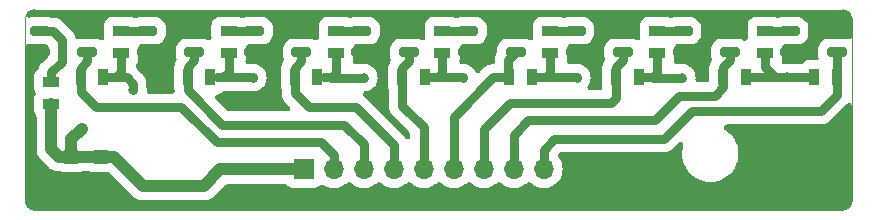
<source format=gbr>
%TF.GenerationSoftware,KiCad,Pcbnew,7.0.1*%
%TF.CreationDate,2023-08-30T00:52:31-03:00*%
%TF.ProjectId,QRE1113_Line_Sensors_x8,51524531-3131-4335-9f4c-696e655f5365,rev?*%
%TF.SameCoordinates,Original*%
%TF.FileFunction,Copper,L2,Bot*%
%TF.FilePolarity,Positive*%
%FSLAX46Y46*%
G04 Gerber Fmt 4.6, Leading zero omitted, Abs format (unit mm)*
G04 Created by KiCad (PCBNEW 7.0.1) date 2023-08-30 00:52:31*
%MOMM*%
%LPD*%
G01*
G04 APERTURE LIST*
G04 Aperture macros list*
%AMRoundRect*
0 Rectangle with rounded corners*
0 $1 Rounding radius*
0 $2 $3 $4 $5 $6 $7 $8 $9 X,Y pos of 4 corners*
0 Add a 4 corners polygon primitive as box body*
4,1,4,$2,$3,$4,$5,$6,$7,$8,$9,$2,$3,0*
0 Add four circle primitives for the rounded corners*
1,1,$1+$1,$2,$3*
1,1,$1+$1,$4,$5*
1,1,$1+$1,$6,$7*
1,1,$1+$1,$8,$9*
0 Add four rect primitives between the rounded corners*
20,1,$1+$1,$2,$3,$4,$5,0*
20,1,$1+$1,$4,$5,$6,$7,0*
20,1,$1+$1,$6,$7,$8,$9,0*
20,1,$1+$1,$8,$9,$2,$3,0*%
G04 Aperture macros list end*
%TA.AperFunction,ComponentPad*%
%ADD10R,1.700000X1.700000*%
%TD*%
%TA.AperFunction,ComponentPad*%
%ADD11O,1.700000X1.700000*%
%TD*%
%TA.AperFunction,SMDPad,CuDef*%
%ADD12R,0.889000X1.397000*%
%TD*%
%TA.AperFunction,SMDPad,CuDef*%
%ADD13RoundRect,0.197500X-0.632500X0.197500X-0.632500X-0.197500X0.632500X-0.197500X0.632500X0.197500X0*%
%TD*%
%TA.AperFunction,SMDPad,CuDef*%
%ADD14R,1.397000X0.889000*%
%TD*%
%TA.AperFunction,SMDPad,CuDef*%
%ADD15RoundRect,0.250000X-0.475000X0.337500X-0.475000X-0.337500X0.475000X-0.337500X0.475000X0.337500X0*%
%TD*%
%TA.AperFunction,ViaPad*%
%ADD16C,0.800000*%
%TD*%
%TA.AperFunction,Conductor*%
%ADD17C,0.750000*%
%TD*%
%TA.AperFunction,Conductor*%
%ADD18C,1.000000*%
%TD*%
%TA.AperFunction,Profile*%
%ADD19C,0.100000*%
%TD*%
G04 APERTURE END LIST*
D10*
%TO.P,J1,1,Pin_1*%
%TO.N,+3V3*%
X148565000Y-71752000D03*
D11*
%TO.P,J1,2,Pin_2*%
%TO.N,/OUT_8*%
X151105000Y-71752000D03*
%TO.P,J1,3,Pin_3*%
%TO.N,/OUT_7*%
X153645000Y-71752000D03*
%TO.P,J1,4,Pin_4*%
%TO.N,/OUT_6*%
X156185000Y-71752000D03*
%TO.P,J1,5,Pin_5*%
%TO.N,/OUT_5*%
X158725000Y-71752000D03*
%TO.P,J1,6,Pin_6*%
%TO.N,/OUT_4*%
X161265000Y-71752000D03*
%TO.P,J1,7,Pin_7*%
%TO.N,/OUT_3*%
X163805000Y-71752000D03*
%TO.P,J1,8,Pin_8*%
%TO.N,/OUT_2*%
X166345000Y-71752000D03*
%TO.P,J1,9,Pin_9*%
%TO.N,/OUT_1*%
X168885000Y-71752000D03*
%TO.P,J1,10,Pin_10*%
%TO.N,GND*%
X171425000Y-71752000D03*
%TD*%
D12*
%TO.P,R14,1*%
%TO.N,/OUT_6*%
X147828732Y-64000000D03*
%TO.P,R14,2*%
%TO.N,+3V3*%
X149733732Y-64000000D03*
%TD*%
D13*
%TO.P,U8,1,A*%
%TO.N,Net-(U8-A)*%
X126250000Y-60050000D03*
%TO.P,U8,2,K*%
%TO.N,GND*%
X130250000Y-60050000D03*
%TO.P,U8,3*%
%TO.N,/OUT_8*%
X130250000Y-61850000D03*
%TO.P,U8,4*%
%TO.N,GND*%
X126250000Y-61850000D03*
%TD*%
D12*
%TO.P,R16,1*%
%TO.N,/OUT_8*%
X129695598Y-64000000D03*
%TO.P,R16,2*%
%TO.N,+3V3*%
X131600598Y-64000000D03*
%TD*%
D13*
%TO.P,U1,1,A*%
%TO.N,Net-(U1-A)*%
X189715970Y-60050000D03*
%TO.P,U1,2,K*%
%TO.N,GND*%
X193715970Y-60050000D03*
%TO.P,U1,3*%
%TO.N,/OUT_1*%
X193715970Y-61850000D03*
%TO.P,U1,4*%
%TO.N,GND*%
X189715970Y-61850000D03*
%TD*%
D14*
%TO.P,R12,1*%
%TO.N,+3V3*%
X127200000Y-66272500D03*
%TO.P,R12,2*%
%TO.N,Net-(U8-A)*%
X127200000Y-64367500D03*
%TD*%
D13*
%TO.P,U6,1,A*%
%TO.N,Net-(U6-A)*%
X144383134Y-60050000D03*
%TO.P,U6,2,K*%
%TO.N,GND*%
X148383134Y-60050000D03*
%TO.P,U6,3*%
%TO.N,/OUT_6*%
X148383134Y-61850000D03*
%TO.P,U6,4*%
%TO.N,GND*%
X144383134Y-61850000D03*
%TD*%
D12*
%TO.P,R8,1*%
%TO.N,/OUT_4*%
X165961866Y-64000000D03*
%TO.P,R8,2*%
%TO.N,+3V3*%
X167866866Y-64000000D03*
%TD*%
D14*
%TO.P,R2,1*%
%TO.N,+3V3*%
X178510000Y-61955000D03*
%TO.P,R2,2*%
%TO.N,Net-(U2-A)*%
X178510000Y-60050000D03*
%TD*%
%TO.P,R4,1*%
%TO.N,+3V3*%
X160320000Y-61955000D03*
%TO.P,R4,2*%
%TO.N,Net-(U4-A)*%
X160320000Y-60050000D03*
%TD*%
D12*
%TO.P,R6,1*%
%TO.N,/OUT_2*%
X184095000Y-64000000D03*
%TO.P,R6,2*%
%TO.N,+3V3*%
X186000000Y-64000000D03*
%TD*%
D13*
%TO.P,U4,1,A*%
%TO.N,Net-(U4-A)*%
X162516268Y-60050000D03*
%TO.P,U4,2,K*%
%TO.N,GND*%
X166516268Y-60050000D03*
%TO.P,U4,3*%
%TO.N,/OUT_4*%
X166516268Y-61850000D03*
%TO.P,U4,4*%
%TO.N,GND*%
X162516268Y-61850000D03*
%TD*%
%TO.P,U7,1,A*%
%TO.N,Net-(U7-A)*%
X135316567Y-60050000D03*
%TO.P,U7,2,K*%
%TO.N,GND*%
X139316567Y-60050000D03*
%TO.P,U7,3*%
%TO.N,/OUT_7*%
X139316567Y-61850000D03*
%TO.P,U7,4*%
%TO.N,GND*%
X135316567Y-61850000D03*
%TD*%
D14*
%TO.P,R3,1*%
%TO.N,+3V3*%
X169440000Y-61955000D03*
%TO.P,R3,2*%
%TO.N,Net-(U3-A)*%
X169440000Y-60050000D03*
%TD*%
D12*
%TO.P,R15,1*%
%TO.N,/OUT_7*%
X138762165Y-64000000D03*
%TO.P,R15,2*%
%TO.N,+3V3*%
X140667165Y-64000000D03*
%TD*%
D13*
%TO.P,U3,1,A*%
%TO.N,Net-(U3-A)*%
X171582835Y-60050000D03*
%TO.P,U3,2,K*%
%TO.N,GND*%
X175582835Y-60050000D03*
%TO.P,U3,3*%
%TO.N,/OUT_3*%
X175582835Y-61850000D03*
%TO.P,U3,4*%
%TO.N,GND*%
X171582835Y-61850000D03*
%TD*%
D12*
%TO.P,R13,1*%
%TO.N,/OUT_5*%
X156895299Y-64000000D03*
%TO.P,R13,2*%
%TO.N,+3V3*%
X158800299Y-64000000D03*
%TD*%
D14*
%TO.P,R9,1*%
%TO.N,+3V3*%
X151300000Y-61955000D03*
%TO.P,R9,2*%
%TO.N,Net-(U5-A)*%
X151300000Y-60050000D03*
%TD*%
%TO.P,R10,1*%
%TO.N,+3V3*%
X142210000Y-61955000D03*
%TO.P,R10,2*%
%TO.N,Net-(U6-A)*%
X142210000Y-60050000D03*
%TD*%
%TO.P,R1,1*%
%TO.N,+3V3*%
X187600000Y-61955000D03*
%TO.P,R1,2*%
%TO.N,Net-(U1-A)*%
X187600000Y-60050000D03*
%TD*%
D15*
%TO.P,C1,1*%
%TO.N,+3V3*%
X128900000Y-70702500D03*
%TO.P,C1,2*%
%TO.N,GND*%
X128900000Y-72777500D03*
%TD*%
D14*
%TO.P,R11,1*%
%TO.N,+3V3*%
X133120000Y-61955000D03*
%TO.P,R11,2*%
%TO.N,Net-(U7-A)*%
X133120000Y-60050000D03*
%TD*%
D12*
%TO.P,R5,1*%
%TO.N,/OUT_1*%
X193715970Y-64000000D03*
%TO.P,R5,2*%
%TO.N,+3V3*%
X191810970Y-64000000D03*
%TD*%
D15*
%TO.P,C2,1*%
%TO.N,+3V3*%
X131400000Y-70702500D03*
%TO.P,C2,2*%
%TO.N,GND*%
X131400000Y-72777500D03*
%TD*%
D12*
%TO.P,R7,1*%
%TO.N,/OUT_3*%
X175028433Y-64000000D03*
%TO.P,R7,2*%
%TO.N,+3V3*%
X176933433Y-64000000D03*
%TD*%
D13*
%TO.P,U2,1,A*%
%TO.N,Net-(U2-A)*%
X180649402Y-60050000D03*
%TO.P,U2,2,K*%
%TO.N,GND*%
X184649402Y-60050000D03*
%TO.P,U2,3*%
%TO.N,/OUT_2*%
X184649402Y-61850000D03*
%TO.P,U2,4*%
%TO.N,GND*%
X180649402Y-61850000D03*
%TD*%
%TO.P,U5,1,A*%
%TO.N,Net-(U5-A)*%
X153449701Y-60050000D03*
%TO.P,U5,2,K*%
%TO.N,GND*%
X157449701Y-60050000D03*
%TO.P,U5,3*%
%TO.N,/OUT_5*%
X157449701Y-61850000D03*
%TO.P,U5,4*%
%TO.N,GND*%
X153449701Y-61850000D03*
%TD*%
D16*
%TO.N,GND*%
X136350000Y-63330000D03*
%TO.N,+3V3*%
X144272000Y-64008000D03*
X189484000Y-64000000D03*
X171704000Y-64008000D03*
X153670000Y-64008000D03*
X162052000Y-64008000D03*
X129794000Y-68326000D03*
X180594000Y-64008000D03*
X134112000Y-65024000D03*
%TD*%
D17*
%TO.N,GND*%
X135316567Y-62876567D02*
X135770000Y-63330000D01*
X135316567Y-61850000D02*
X135316567Y-62876567D01*
X135770000Y-63330000D02*
X136350000Y-63330000D01*
%TO.N,+3V3*%
X144264000Y-64000000D02*
X144272000Y-64008000D01*
X151300000Y-61955000D02*
X151300000Y-63610000D01*
D18*
X127852500Y-70702500D02*
X127200000Y-70050000D01*
D17*
X141730000Y-64000000D02*
X144264000Y-64000000D01*
X169440000Y-61955000D02*
X169440000Y-63660000D01*
D18*
X148565000Y-71752000D02*
X141508000Y-71752000D01*
D17*
X160320000Y-61955000D02*
X160320000Y-63640000D01*
X142210000Y-63520000D02*
X141730000Y-64000000D01*
X162044000Y-64000000D02*
X162052000Y-64008000D01*
X171696000Y-64000000D02*
X171704000Y-64008000D01*
X150910000Y-64000000D02*
X150288134Y-64000000D01*
X131600598Y-64000000D02*
X133596000Y-64000000D01*
X187600000Y-61955000D02*
X187600000Y-63120000D01*
X178160000Y-64000000D02*
X177487835Y-64000000D01*
D18*
X127200000Y-70050000D02*
X127200000Y-66272500D01*
X128900000Y-70702500D02*
X127852500Y-70702500D01*
X140108000Y-73152000D02*
X134992000Y-73152000D01*
D17*
X186554402Y-64000000D02*
X188480000Y-64000000D01*
X189484000Y-64000000D02*
X191810970Y-64000000D01*
D18*
X131400000Y-70702500D02*
X128900000Y-70702500D01*
X128900000Y-70702500D02*
X128900000Y-69220000D01*
D17*
X178510000Y-61955000D02*
X178510000Y-63650000D01*
X178510000Y-63650000D02*
X178160000Y-64000000D01*
X159960000Y-64000000D02*
X162044000Y-64000000D01*
D18*
X134992000Y-73152000D02*
X132542500Y-70702500D01*
D17*
X169100000Y-64000000D02*
X171696000Y-64000000D01*
X134112000Y-64516000D02*
X134112000Y-65024000D01*
D18*
X132542500Y-70702500D02*
X131400000Y-70702500D01*
D17*
X150918000Y-64008000D02*
X153670000Y-64008000D01*
X133120000Y-63580000D02*
X132700000Y-64000000D01*
X178160000Y-64000000D02*
X178168000Y-64008000D01*
D18*
X141508000Y-71752000D02*
X140108000Y-73152000D01*
D17*
X142210000Y-61955000D02*
X142210000Y-63520000D01*
X133596000Y-64000000D02*
X134112000Y-64516000D01*
X160320000Y-63640000D02*
X159960000Y-64000000D01*
X133120000Y-61955000D02*
X133120000Y-63580000D01*
X141730000Y-64000000D02*
X141221567Y-64000000D01*
X169100000Y-64000000D02*
X168421268Y-64000000D01*
X169440000Y-63660000D02*
X169100000Y-64000000D01*
X159960000Y-64000000D02*
X159354701Y-64000000D01*
X150910000Y-64000000D02*
X150918000Y-64008000D01*
X151300000Y-63610000D02*
X150910000Y-64000000D01*
X188480000Y-64000000D02*
X189484000Y-64000000D01*
X132700000Y-64000000D02*
X132155000Y-64000000D01*
X178168000Y-64008000D02*
X180594000Y-64008000D01*
X187600000Y-63120000D02*
X188480000Y-64000000D01*
D18*
X128900000Y-69220000D02*
X129794000Y-68326000D01*
D17*
%TO.N,Net-(U1-A)*%
X189715970Y-60050000D02*
X187600000Y-60050000D01*
%TO.N,Net-(U2-A)*%
X180649402Y-60050000D02*
X178510000Y-60050000D01*
%TO.N,Net-(U3-A)*%
X169440000Y-60050000D02*
X171582835Y-60050000D01*
%TO.N,Net-(U4-A)*%
X160320000Y-60050000D02*
X162516268Y-60050000D01*
%TO.N,/OUT_1*%
X168885000Y-70115000D02*
X169800000Y-69200000D01*
X181410000Y-66850000D02*
X192350000Y-66850000D01*
X168885000Y-71752000D02*
X168885000Y-70115000D01*
X169800000Y-69200000D02*
X179060000Y-69200000D01*
X193715970Y-61850000D02*
X193715970Y-64000000D01*
X179060000Y-69200000D02*
X181410000Y-66850000D01*
X193715970Y-65484030D02*
X193715970Y-64000000D01*
X192350000Y-66850000D02*
X193715970Y-65484030D01*
%TO.N,/OUT_2*%
X178272000Y-67600000D02*
X167600000Y-67600000D01*
X184095000Y-64000000D02*
X184095000Y-64825000D01*
X184670000Y-61870598D02*
X184649402Y-61850000D01*
X180340000Y-65532000D02*
X178272000Y-67600000D01*
X184095000Y-64825000D02*
X183388000Y-65532000D01*
X184670000Y-62560000D02*
X184670000Y-61870598D01*
X183388000Y-65532000D02*
X180340000Y-65532000D01*
X184095000Y-64000000D02*
X184095000Y-63135000D01*
X167600000Y-67600000D02*
X166345000Y-68855000D01*
X184095000Y-63135000D02*
X184670000Y-62560000D01*
X166345000Y-68855000D02*
X166345000Y-71752000D01*
%TO.N,/OUT_3*%
X175028433Y-65771567D02*
X174600000Y-66200000D01*
X163805000Y-68395000D02*
X163805000Y-71752000D01*
X174600000Y-66200000D02*
X166000000Y-66200000D01*
X175028433Y-64000000D02*
X175028433Y-63111567D01*
X166000000Y-66200000D02*
X163805000Y-68395000D01*
X175610000Y-62530000D02*
X175610000Y-61877165D01*
X175028433Y-63111567D02*
X175610000Y-62530000D01*
X175610000Y-61877165D02*
X175582835Y-61850000D01*
X175028433Y-64000000D02*
X175028433Y-65771567D01*
%TO.N,/OUT_4*%
X166516268Y-61850000D02*
X165880000Y-62486268D01*
X161265000Y-67335000D02*
X161265000Y-71752000D01*
X165880000Y-62486268D02*
X165880000Y-63918134D01*
X165961866Y-64000000D02*
X164600000Y-64000000D01*
X164600000Y-64000000D02*
X161265000Y-67335000D01*
X165880000Y-63918134D02*
X165961866Y-64000000D01*
%TO.N,Net-(U5-A)*%
X151300000Y-60050000D02*
X153449701Y-60050000D01*
%TO.N,Net-(U6-A)*%
X142210000Y-60050000D02*
X144383134Y-60050000D01*
%TO.N,Net-(U7-A)*%
X133120000Y-60050000D02*
X135316567Y-60050000D01*
%TO.N,Net-(U8-A)*%
X128090000Y-60790000D02*
X127350000Y-60050000D01*
X127350000Y-60050000D02*
X126250000Y-60050000D01*
X127200000Y-64367500D02*
X127200000Y-63550000D01*
X128090000Y-62660000D02*
X128090000Y-60790000D01*
X127200000Y-63550000D02*
X128090000Y-62660000D01*
%TO.N,/OUT_5*%
X157480000Y-62620000D02*
X157480000Y-61880299D01*
X158725000Y-68225000D02*
X158725000Y-71752000D01*
X156895299Y-63204701D02*
X157480000Y-62620000D01*
X157480000Y-61880299D02*
X157449701Y-61850000D01*
X156895299Y-64000000D02*
X156895299Y-66395299D01*
X156895299Y-64000000D02*
X156895299Y-63204701D01*
X156895299Y-66395299D02*
X158725000Y-68225000D01*
%TO.N,/OUT_6*%
X148383134Y-62626866D02*
X147828732Y-63181268D01*
X147828732Y-65328732D02*
X149000000Y-66500000D01*
X147828732Y-64000000D02*
X147828732Y-65328732D01*
X156185000Y-69685000D02*
X156185000Y-71752000D01*
X153000000Y-66500000D02*
X156185000Y-69685000D01*
X149000000Y-66500000D02*
X153000000Y-66500000D01*
X147828732Y-63181268D02*
X147828732Y-64000000D01*
X148383134Y-61850000D02*
X148383134Y-62626866D01*
%TO.N,/OUT_7*%
X138762165Y-65082165D02*
X141680000Y-68000000D01*
X152000000Y-68000000D02*
X153645000Y-69645000D01*
X138762165Y-64000000D02*
X138762165Y-63097835D01*
X138762165Y-63097835D02*
X139316567Y-62543433D01*
X153645000Y-69645000D02*
X153645000Y-71752000D01*
X138762165Y-64000000D02*
X138762165Y-65082165D01*
X139316567Y-62543433D02*
X139316567Y-61850000D01*
X141680000Y-68000000D02*
X152000000Y-68000000D01*
%TO.N,/OUT_8*%
X141190000Y-69500000D02*
X150000000Y-69500000D01*
X151105000Y-70605000D02*
X151105000Y-71752000D01*
X129695598Y-64000000D02*
X129695598Y-63164402D01*
X129695598Y-64000000D02*
X129695598Y-65195598D01*
X138190000Y-66500000D02*
X141190000Y-69500000D01*
X130250000Y-62610000D02*
X130250000Y-61850000D01*
X131000000Y-66500000D02*
X138190000Y-66500000D01*
X150000000Y-69500000D02*
X151105000Y-70605000D01*
X129695598Y-65195598D02*
X131000000Y-66500000D01*
X129695598Y-63164402D02*
X130250000Y-62610000D01*
%TD*%
%TA.AperFunction,Conductor*%
%TO.N,GND*%
G36*
X125317995Y-61147845D02*
G01*
X125449392Y-61185443D01*
X125562510Y-61195500D01*
X126715500Y-61195500D01*
X126810788Y-61214454D01*
X126891570Y-61268430D01*
X126945546Y-61349212D01*
X126964500Y-61444500D01*
X126964500Y-62090662D01*
X126956016Y-62155108D01*
X126931140Y-62215162D01*
X126891569Y-62266732D01*
X126485296Y-62673004D01*
X126463515Y-62691429D01*
X126396677Y-62761524D01*
X126392551Y-62765749D01*
X126366234Y-62792069D01*
X126363350Y-62795561D01*
X126351579Y-62808822D01*
X126311273Y-62851096D01*
X126297430Y-62872635D01*
X126279979Y-62896534D01*
X126263679Y-62916276D01*
X126235702Y-62967512D01*
X126226636Y-62982792D01*
X126195063Y-63031921D01*
X126185552Y-63055679D01*
X126172937Y-63082456D01*
X126160665Y-63104931D01*
X126142886Y-63160547D01*
X126136875Y-63177269D01*
X126120171Y-63218994D01*
X126079544Y-63286753D01*
X126053201Y-63309488D01*
X126053423Y-63309710D01*
X126032846Y-63330286D01*
X126032844Y-63330288D01*
X125963388Y-63399744D01*
X125908786Y-63454346D01*
X125816685Y-63603667D01*
X125761501Y-63770200D01*
X125751000Y-63872994D01*
X125751000Y-64862008D01*
X125761500Y-64964797D01*
X125816686Y-65131335D01*
X125852428Y-65189283D01*
X125885286Y-65274387D01*
X125885286Y-65365613D01*
X125852428Y-65450717D01*
X125816685Y-65508665D01*
X125761501Y-65675200D01*
X125759303Y-65696721D01*
X125753968Y-65748944D01*
X125751000Y-65777994D01*
X125751000Y-66767008D01*
X125761500Y-66869797D01*
X125816685Y-67036333D01*
X125912429Y-67191559D01*
X125940053Y-67254341D01*
X125949500Y-67322277D01*
X125949500Y-69965796D01*
X125947934Y-69993674D01*
X125944762Y-70021825D01*
X125948936Y-70083736D01*
X125949500Y-70100485D01*
X125949500Y-70106159D01*
X125953027Y-70145358D01*
X125953465Y-70150919D01*
X125960190Y-70250658D01*
X125963493Y-70270095D01*
X125990098Y-70366496D01*
X125991511Y-70371848D01*
X126003650Y-70420023D01*
X126015944Y-70468812D01*
X126022661Y-70487338D01*
X126066028Y-70577392D01*
X126068394Y-70582448D01*
X126072539Y-70591573D01*
X126103617Y-70659993D01*
X126109753Y-70673500D01*
X126119672Y-70690533D01*
X126178450Y-70771436D01*
X126181681Y-70775990D01*
X126238601Y-70858148D01*
X126251405Y-70873140D01*
X126323628Y-70942192D01*
X126327625Y-70946099D01*
X126908722Y-71527196D01*
X126927325Y-71548013D01*
X126944992Y-71570167D01*
X126991708Y-71610981D01*
X127003943Y-71622418D01*
X127007965Y-71626440D01*
X127038167Y-71651655D01*
X127042412Y-71655280D01*
X127114504Y-71718265D01*
X127114506Y-71718266D01*
X127117712Y-71721067D01*
X127133774Y-71732464D01*
X127137478Y-71734566D01*
X127137481Y-71734568D01*
X127168203Y-71752000D01*
X127220743Y-71781812D01*
X127225571Y-71784624D01*
X127311395Y-71835901D01*
X127329229Y-71844244D01*
X127333253Y-71845652D01*
X127333255Y-71845653D01*
X127423643Y-71877281D01*
X127428807Y-71879153D01*
X127518476Y-71912807D01*
X127518479Y-71912807D01*
X127522472Y-71914306D01*
X127541509Y-71919331D01*
X127545714Y-71919996D01*
X127545717Y-71919998D01*
X127640363Y-71934988D01*
X127645690Y-71935893D01*
X127739953Y-71953000D01*
X127739958Y-71953000D01*
X127744140Y-71953759D01*
X127763785Y-71955305D01*
X127768037Y-71955209D01*
X127768040Y-71955210D01*
X127863696Y-71953062D01*
X127869282Y-71953000D01*
X127950807Y-71953000D01*
X128010160Y-71960177D01*
X128029559Y-71967501D01*
X128051947Y-71973907D01*
X128051951Y-71973909D01*
X128247582Y-72029886D01*
X128366963Y-72040500D01*
X129433036Y-72040499D01*
X129552418Y-72029886D01*
X129748049Y-71973909D01*
X129748053Y-71973906D01*
X129770440Y-71967501D01*
X129789840Y-71960177D01*
X129849193Y-71953000D01*
X130450807Y-71953000D01*
X130510160Y-71960177D01*
X130529559Y-71967501D01*
X130551947Y-71973907D01*
X130551951Y-71973909D01*
X130747582Y-72029886D01*
X130866963Y-72040500D01*
X131933036Y-72040499D01*
X131981547Y-72036186D01*
X132053716Y-72040305D01*
X132121666Y-72064982D01*
X132179663Y-72108138D01*
X134048226Y-73976701D01*
X134066829Y-73997518D01*
X134084492Y-74019666D01*
X134131214Y-74060486D01*
X134143441Y-74071916D01*
X134147475Y-74075950D01*
X134177695Y-74101179D01*
X134181946Y-74104810D01*
X134257200Y-74170558D01*
X134273289Y-74181973D01*
X134360243Y-74231312D01*
X134364988Y-74234074D01*
X134447236Y-74283215D01*
X134447241Y-74283216D01*
X134450900Y-74285403D01*
X134468729Y-74293744D01*
X134472753Y-74295152D01*
X134472755Y-74295153D01*
X134563143Y-74326781D01*
X134568307Y-74328653D01*
X134657976Y-74362307D01*
X134657979Y-74362307D01*
X134661972Y-74363806D01*
X134681009Y-74368831D01*
X134685214Y-74369496D01*
X134685217Y-74369498D01*
X134779863Y-74384488D01*
X134785190Y-74385393D01*
X134879453Y-74402500D01*
X134879458Y-74402500D01*
X134883640Y-74403259D01*
X134903285Y-74404805D01*
X134907537Y-74404709D01*
X134907540Y-74404710D01*
X135003196Y-74402562D01*
X135008782Y-74402500D01*
X140023796Y-74402500D01*
X140051673Y-74404065D01*
X140079827Y-74407238D01*
X140141735Y-74403064D01*
X140158485Y-74402500D01*
X140164148Y-74402500D01*
X140164155Y-74402500D01*
X140203462Y-74398961D01*
X140208838Y-74398538D01*
X140304412Y-74392096D01*
X140304415Y-74392095D01*
X140308676Y-74391808D01*
X140328078Y-74388511D01*
X140332186Y-74387377D01*
X140332188Y-74387377D01*
X140424502Y-74361898D01*
X140429818Y-74360495D01*
X140522683Y-74337096D01*
X140522687Y-74337094D01*
X140526823Y-74336052D01*
X140545326Y-74329343D01*
X140549164Y-74327494D01*
X140549170Y-74327493D01*
X140635503Y-74285916D01*
X140640429Y-74283613D01*
X140727626Y-74244007D01*
X140727628Y-74244005D01*
X140731513Y-74242241D01*
X140748515Y-74232341D01*
X140751971Y-74229829D01*
X140751973Y-74229829D01*
X140829504Y-74173498D01*
X140833917Y-74170367D01*
X140912654Y-74115820D01*
X140912658Y-74115815D01*
X140916161Y-74113389D01*
X140931125Y-74100609D01*
X140934072Y-74097525D01*
X140934078Y-74097522D01*
X141000281Y-74028277D01*
X141004101Y-74024372D01*
X141953045Y-73075430D01*
X142033826Y-73021454D01*
X142129114Y-73002500D01*
X146950993Y-73002500D01*
X147046281Y-73021454D01*
X147127059Y-73075427D01*
X147246344Y-73194712D01*
X147395666Y-73286814D01*
X147562203Y-73341999D01*
X147664991Y-73352500D01*
X149465008Y-73352499D01*
X149567797Y-73341999D01*
X149734334Y-73286814D01*
X149883656Y-73194712D01*
X149939573Y-73138794D01*
X150006974Y-73090828D01*
X150086374Y-73067591D01*
X150169004Y-73071650D01*
X150245742Y-73102557D01*
X150304880Y-73138797D01*
X150376144Y-73182468D01*
X150608886Y-73278872D01*
X150608887Y-73278872D01*
X150608889Y-73278873D01*
X150853852Y-73337683D01*
X150979425Y-73347565D01*
X151104999Y-73357449D01*
X151104999Y-73357448D01*
X151105000Y-73357449D01*
X151356148Y-73337683D01*
X151601111Y-73278873D01*
X151678693Y-73246737D01*
X151833855Y-73182468D01*
X151833856Y-73182466D01*
X151833859Y-73182466D01*
X152048659Y-73050836D01*
X152111073Y-72997528D01*
X152213288Y-72910230D01*
X152288817Y-72865961D01*
X152375000Y-72850571D01*
X152461183Y-72865961D01*
X152536712Y-72910230D01*
X152701338Y-73050834D01*
X152916144Y-73182468D01*
X153148886Y-73278872D01*
X153148887Y-73278872D01*
X153148889Y-73278873D01*
X153393852Y-73337683D01*
X153519425Y-73347565D01*
X153644999Y-73357449D01*
X153644999Y-73357448D01*
X153645000Y-73357449D01*
X153896148Y-73337683D01*
X154141111Y-73278873D01*
X154218693Y-73246737D01*
X154373855Y-73182468D01*
X154373856Y-73182466D01*
X154373859Y-73182466D01*
X154588659Y-73050836D01*
X154651073Y-72997528D01*
X154753288Y-72910230D01*
X154828817Y-72865961D01*
X154915000Y-72850571D01*
X155001183Y-72865961D01*
X155076712Y-72910230D01*
X155241338Y-73050834D01*
X155456144Y-73182468D01*
X155688886Y-73278872D01*
X155688887Y-73278872D01*
X155688889Y-73278873D01*
X155933852Y-73337683D01*
X156059425Y-73347565D01*
X156184999Y-73357449D01*
X156184999Y-73357448D01*
X156185000Y-73357449D01*
X156436148Y-73337683D01*
X156681111Y-73278873D01*
X156758693Y-73246737D01*
X156913855Y-73182468D01*
X156913856Y-73182466D01*
X156913859Y-73182466D01*
X157128659Y-73050836D01*
X157191073Y-72997528D01*
X157293288Y-72910230D01*
X157368817Y-72865961D01*
X157455000Y-72850571D01*
X157541183Y-72865961D01*
X157616712Y-72910230D01*
X157781338Y-73050834D01*
X157996144Y-73182468D01*
X158228886Y-73278872D01*
X158228887Y-73278872D01*
X158228889Y-73278873D01*
X158473852Y-73337683D01*
X158599425Y-73347565D01*
X158724999Y-73357449D01*
X158724999Y-73357448D01*
X158725000Y-73357449D01*
X158976148Y-73337683D01*
X159221111Y-73278873D01*
X159298693Y-73246737D01*
X159453855Y-73182468D01*
X159453856Y-73182466D01*
X159453859Y-73182466D01*
X159668659Y-73050836D01*
X159731073Y-72997528D01*
X159833288Y-72910230D01*
X159908817Y-72865961D01*
X159995000Y-72850571D01*
X160081183Y-72865961D01*
X160156712Y-72910230D01*
X160321338Y-73050834D01*
X160536144Y-73182468D01*
X160768886Y-73278872D01*
X160768887Y-73278872D01*
X160768889Y-73278873D01*
X161013852Y-73337683D01*
X161139425Y-73347565D01*
X161264999Y-73357449D01*
X161264999Y-73357448D01*
X161265000Y-73357449D01*
X161516148Y-73337683D01*
X161761111Y-73278873D01*
X161838693Y-73246737D01*
X161993855Y-73182468D01*
X161993856Y-73182466D01*
X161993859Y-73182466D01*
X162208659Y-73050836D01*
X162271073Y-72997528D01*
X162373288Y-72910230D01*
X162448817Y-72865961D01*
X162535000Y-72850571D01*
X162621183Y-72865961D01*
X162696712Y-72910230D01*
X162861338Y-73050834D01*
X163076144Y-73182468D01*
X163308886Y-73278872D01*
X163308887Y-73278872D01*
X163308889Y-73278873D01*
X163553852Y-73337683D01*
X163679425Y-73347565D01*
X163804999Y-73357449D01*
X163804999Y-73357448D01*
X163805000Y-73357449D01*
X164056148Y-73337683D01*
X164301111Y-73278873D01*
X164378693Y-73246737D01*
X164533855Y-73182468D01*
X164533856Y-73182466D01*
X164533859Y-73182466D01*
X164748659Y-73050836D01*
X164811073Y-72997528D01*
X164913288Y-72910230D01*
X164988817Y-72865961D01*
X165075000Y-72850571D01*
X165161183Y-72865961D01*
X165236712Y-72910230D01*
X165401338Y-73050834D01*
X165616144Y-73182468D01*
X165848886Y-73278872D01*
X165848887Y-73278872D01*
X165848889Y-73278873D01*
X166093852Y-73337683D01*
X166219425Y-73347565D01*
X166344999Y-73357449D01*
X166344999Y-73357448D01*
X166345000Y-73357449D01*
X166596148Y-73337683D01*
X166841111Y-73278873D01*
X166918693Y-73246737D01*
X167073855Y-73182468D01*
X167073856Y-73182466D01*
X167073859Y-73182466D01*
X167288659Y-73050836D01*
X167351073Y-72997528D01*
X167453288Y-72910230D01*
X167528817Y-72865961D01*
X167615000Y-72850571D01*
X167701183Y-72865961D01*
X167776712Y-72910230D01*
X167941338Y-73050834D01*
X168156144Y-73182468D01*
X168388886Y-73278872D01*
X168388887Y-73278872D01*
X168388889Y-73278873D01*
X168633852Y-73337683D01*
X168759425Y-73347565D01*
X168884999Y-73357449D01*
X168884999Y-73357448D01*
X168885000Y-73357449D01*
X169136148Y-73337683D01*
X169381111Y-73278873D01*
X169458693Y-73246737D01*
X169613855Y-73182468D01*
X169613856Y-73182466D01*
X169613859Y-73182466D01*
X169828659Y-73050836D01*
X170020224Y-72887224D01*
X170183836Y-72695659D01*
X170315466Y-72480859D01*
X170411873Y-72248111D01*
X170470683Y-72003148D01*
X170490449Y-71752000D01*
X170488911Y-71732464D01*
X170470683Y-71500853D01*
X170411872Y-71255886D01*
X170315468Y-71023144D01*
X170227531Y-70879644D01*
X170183836Y-70808341D01*
X170183835Y-70808340D01*
X170183834Y-70808338D01*
X170148841Y-70767367D01*
X170102924Y-70687234D01*
X170089373Y-70595877D01*
X170110051Y-70505865D01*
X170162110Y-70429586D01*
X170193269Y-70398427D01*
X170274050Y-70344453D01*
X170369336Y-70325500D01*
X178945233Y-70325500D01*
X178973675Y-70327874D01*
X178979337Y-70327739D01*
X178979342Y-70327740D01*
X179070444Y-70325571D01*
X179076372Y-70325500D01*
X179113614Y-70325500D01*
X179113618Y-70325500D01*
X179118127Y-70325069D01*
X179135842Y-70324013D01*
X179194226Y-70322624D01*
X179219244Y-70317181D01*
X179248490Y-70312620D01*
X179273971Y-70310188D01*
X179329990Y-70293739D01*
X179347195Y-70289347D01*
X179404258Y-70276934D01*
X179427789Y-70266856D01*
X179455647Y-70256842D01*
X179480209Y-70249631D01*
X179532116Y-70222869D01*
X179548156Y-70215312D01*
X179601849Y-70192321D01*
X179623056Y-70177966D01*
X179648495Y-70162872D01*
X179671259Y-70151138D01*
X179717166Y-70115034D01*
X179731482Y-70104581D01*
X179779855Y-70071843D01*
X179797961Y-70053736D01*
X179820101Y-70034086D01*
X179840217Y-70018268D01*
X179878445Y-69974149D01*
X179890543Y-69961153D01*
X180296228Y-69555468D01*
X180374859Y-69502396D01*
X180467637Y-69482585D01*
X180561092Y-69498912D01*
X180641656Y-69549009D01*
X180697635Y-69625603D01*
X180720903Y-69717575D01*
X180708082Y-69811574D01*
X180700521Y-69833847D01*
X180660693Y-70034078D01*
X180639769Y-70139270D01*
X180619403Y-70450000D01*
X180639769Y-70760730D01*
X180691966Y-71023141D01*
X180700520Y-71066144D01*
X180800614Y-71361015D01*
X180929661Y-71622693D01*
X180938343Y-71640298D01*
X181103449Y-71887398D01*
X181111347Y-71899219D01*
X181171230Y-71967501D01*
X181316664Y-72133336D01*
X181447539Y-72248111D01*
X181550780Y-72338652D01*
X181550782Y-72338653D01*
X181550784Y-72338655D01*
X181809702Y-72511657D01*
X181949343Y-72580521D01*
X182088984Y-72649385D01*
X182189078Y-72683362D01*
X182383856Y-72749480D01*
X182689270Y-72810231D01*
X182922234Y-72825500D01*
X183077763Y-72825500D01*
X183077766Y-72825500D01*
X183310730Y-72810231D01*
X183616144Y-72749480D01*
X183911015Y-72649385D01*
X184190298Y-72511657D01*
X184449216Y-72338655D01*
X184683336Y-72133336D01*
X184888655Y-71899216D01*
X185061657Y-71640299D01*
X185199385Y-71361015D01*
X185299480Y-71066144D01*
X185360231Y-70760730D01*
X185380597Y-70450000D01*
X185360231Y-70139270D01*
X185299480Y-69833856D01*
X185231791Y-69634449D01*
X185199385Y-69538984D01*
X185118572Y-69375114D01*
X185061657Y-69259702D01*
X184888655Y-69000784D01*
X184888653Y-69000782D01*
X184888652Y-69000780D01*
X184796066Y-68895207D01*
X184683336Y-68766664D01*
X184510020Y-68614669D01*
X184449219Y-68561347D01*
X184447832Y-68560420D01*
X184254939Y-68431534D01*
X184190204Y-68368590D01*
X184152171Y-68286695D01*
X184145844Y-68196622D01*
X184172055Y-68110214D01*
X184227357Y-68038835D01*
X184304479Y-67991872D01*
X184393278Y-67975500D01*
X192235233Y-67975500D01*
X192263675Y-67977874D01*
X192269337Y-67977739D01*
X192269342Y-67977740D01*
X192360444Y-67975571D01*
X192366372Y-67975500D01*
X192403614Y-67975500D01*
X192403618Y-67975500D01*
X192408127Y-67975069D01*
X192425842Y-67974013D01*
X192484226Y-67972624D01*
X192509244Y-67967181D01*
X192538490Y-67962620D01*
X192563971Y-67960188D01*
X192619990Y-67943739D01*
X192637195Y-67939347D01*
X192694258Y-67926934D01*
X192717789Y-67916856D01*
X192745647Y-67906842D01*
X192770209Y-67899631D01*
X192822116Y-67872869D01*
X192838156Y-67865312D01*
X192891849Y-67842321D01*
X192913056Y-67827966D01*
X192938495Y-67812872D01*
X192961259Y-67801138D01*
X193007166Y-67765034D01*
X193021482Y-67754581D01*
X193069855Y-67721843D01*
X193087961Y-67703736D01*
X193110101Y-67684086D01*
X193130217Y-67668268D01*
X193168445Y-67624149D01*
X193180543Y-67611153D01*
X194430668Y-66361027D01*
X194452455Y-66342600D01*
X194456366Y-66338497D01*
X194456369Y-66338496D01*
X194519290Y-66272504D01*
X194523347Y-66268348D01*
X194549732Y-66241965D01*
X194552607Y-66238482D01*
X194564407Y-66225187D01*
X194570304Y-66219002D01*
X194637924Y-66168749D01*
X194718432Y-66143921D01*
X194802612Y-66147361D01*
X194880826Y-66178677D01*
X194944119Y-66234282D01*
X194985247Y-66307812D01*
X194999500Y-66390847D01*
X194999500Y-74487766D01*
X194998300Y-74512182D01*
X194996196Y-74533536D01*
X194995830Y-74537001D01*
X194985142Y-74631854D01*
X194975986Y-74676253D01*
X194964924Y-74712720D01*
X194961673Y-74722678D01*
X194939487Y-74786083D01*
X194924057Y-74821225D01*
X194903681Y-74859345D01*
X194894919Y-74874441D01*
X194861798Y-74927153D01*
X194843444Y-74952640D01*
X194815030Y-74987263D01*
X194798619Y-75005370D01*
X194755370Y-75048619D01*
X194737263Y-75065030D01*
X194702640Y-75093444D01*
X194677153Y-75111798D01*
X194624441Y-75144919D01*
X194609345Y-75153681D01*
X194571225Y-75174057D01*
X194536083Y-75189487D01*
X194472678Y-75211673D01*
X194462720Y-75214924D01*
X194426253Y-75225986D01*
X194381854Y-75235142D01*
X194287001Y-75245830D01*
X194283536Y-75246196D01*
X194262182Y-75248300D01*
X194237766Y-75249500D01*
X125762232Y-75249500D01*
X125737820Y-75248300D01*
X125716473Y-75246197D01*
X125713004Y-75245831D01*
X125618144Y-75235142D01*
X125573745Y-75225986D01*
X125537278Y-75214924D01*
X125527320Y-75211673D01*
X125463915Y-75189487D01*
X125428773Y-75174057D01*
X125390653Y-75153681D01*
X125375557Y-75144919D01*
X125322845Y-75111798D01*
X125297364Y-75093448D01*
X125262727Y-75065023D01*
X125244628Y-75048619D01*
X125201379Y-75005370D01*
X125184978Y-74987274D01*
X125156546Y-74952630D01*
X125138205Y-74927160D01*
X125105073Y-74874431D01*
X125096317Y-74859345D01*
X125075941Y-74821225D01*
X125060511Y-74786083D01*
X125038325Y-74722678D01*
X125035074Y-74712720D01*
X125024012Y-74676253D01*
X125014856Y-74631853D01*
X125004160Y-74536924D01*
X125003814Y-74533656D01*
X125001697Y-74512160D01*
X125000500Y-74487767D01*
X125000500Y-61387239D01*
X125017341Y-61297221D01*
X125065587Y-61219379D01*
X125138711Y-61164244D01*
X125226821Y-61139274D01*
X125317995Y-61147845D01*
G37*
%TD.AperFunction*%
%TA.AperFunction,Conductor*%
G36*
X194262160Y-58251697D02*
G01*
X194283656Y-58253814D01*
X194286924Y-58254160D01*
X194381854Y-58264856D01*
X194426253Y-58274012D01*
X194462720Y-58285074D01*
X194472678Y-58288325D01*
X194536083Y-58310511D01*
X194571220Y-58325938D01*
X194609345Y-58346317D01*
X194624431Y-58355073D01*
X194677160Y-58388205D01*
X194702630Y-58406546D01*
X194737274Y-58434978D01*
X194755370Y-58451379D01*
X194798619Y-58494628D01*
X194815022Y-58512726D01*
X194843448Y-58547364D01*
X194861798Y-58572845D01*
X194894919Y-58625557D01*
X194903681Y-58640653D01*
X194924057Y-58678773D01*
X194939487Y-58713915D01*
X194961673Y-58777320D01*
X194964924Y-58787278D01*
X194975986Y-58823745D01*
X194985142Y-58868144D01*
X194995831Y-58963004D01*
X194996197Y-58966473D01*
X194998300Y-58987820D01*
X194999500Y-59012232D01*
X194999500Y-60522498D01*
X194982659Y-60612516D01*
X194934413Y-60690358D01*
X194861290Y-60745493D01*
X194773179Y-60770463D01*
X194682003Y-60761891D01*
X194516578Y-60714557D01*
X194403460Y-60704500D01*
X193028480Y-60704500D01*
X192937985Y-60712545D01*
X192915361Y-60714557D01*
X192729995Y-60767597D01*
X192559099Y-60856866D01*
X192409675Y-60978705D01*
X192287836Y-61128129D01*
X192198567Y-61299025D01*
X192152365Y-61460492D01*
X192145527Y-61484392D01*
X192135470Y-61597510D01*
X192135470Y-62102490D01*
X192145527Y-62215608D01*
X192145527Y-62215610D01*
X192145528Y-62215613D01*
X192150647Y-62233504D01*
X192159219Y-62324681D01*
X192134248Y-62412791D01*
X192079113Y-62485914D01*
X192001272Y-62534159D01*
X191911254Y-62551000D01*
X191316461Y-62551000D01*
X191213672Y-62561500D01*
X191047136Y-62616685D01*
X190897816Y-62708786D01*
X190897814Y-62708787D01*
X190897814Y-62708788D01*
X190805029Y-62801572D01*
X190724251Y-62855546D01*
X190628963Y-62874500D01*
X189747419Y-62874500D01*
X189701665Y-62870260D01*
X189695256Y-62869062D01*
X189661405Y-62862734D01*
X189590611Y-62849500D01*
X189590610Y-62849500D01*
X189377390Y-62849500D01*
X189377388Y-62849500D01*
X189326005Y-62859105D01*
X189240300Y-62860119D01*
X189159329Y-62832011D01*
X189092686Y-62778113D01*
X189048267Y-62704810D01*
X189031335Y-62620788D01*
X189037437Y-62579600D01*
X189035727Y-62579426D01*
X189038498Y-62552299D01*
X189038499Y-62552297D01*
X189049000Y-62449509D01*
X189048999Y-61460492D01*
X189048999Y-61447807D01*
X189051393Y-61447807D01*
X189055371Y-61387085D01*
X189087653Y-61310718D01*
X189143219Y-61249183D01*
X189215908Y-61209303D01*
X189297661Y-61195500D01*
X190403456Y-61195500D01*
X190403460Y-61195500D01*
X190516578Y-61185443D01*
X190701944Y-61132403D01*
X190872838Y-61043135D01*
X191022264Y-60921294D01*
X191144105Y-60771868D01*
X191233373Y-60600974D01*
X191286413Y-60415608D01*
X191296470Y-60302490D01*
X191296470Y-59797510D01*
X191286413Y-59684392D01*
X191233373Y-59499026D01*
X191144105Y-59328132D01*
X191137967Y-59320604D01*
X191022264Y-59178705D01*
X190872840Y-59056866D01*
X190701944Y-58967597D01*
X190516578Y-58914557D01*
X190516577Y-58914556D01*
X190403460Y-58904500D01*
X189028480Y-58904500D01*
X188978205Y-58908969D01*
X188915357Y-58914557D01*
X188914187Y-58914893D01*
X188845690Y-58924500D01*
X188669524Y-58924500D01*
X188591202Y-58911861D01*
X188522609Y-58889131D01*
X188451298Y-58865501D01*
X188430739Y-58863400D01*
X188348509Y-58855000D01*
X188348505Y-58855000D01*
X186851491Y-58855000D01*
X186748702Y-58865500D01*
X186582166Y-58920685D01*
X186432846Y-59012786D01*
X186308786Y-59136846D01*
X186216685Y-59286167D01*
X186161501Y-59452700D01*
X186151000Y-59555494D01*
X186151000Y-60544513D01*
X186157130Y-60604521D01*
X186150228Y-60693162D01*
X186112623Y-60773728D01*
X186049110Y-60835946D01*
X185967787Y-60871883D01*
X185879022Y-60876959D01*
X185794133Y-60850525D01*
X185635376Y-60767597D01*
X185450010Y-60714557D01*
X185449808Y-60714539D01*
X185336892Y-60704500D01*
X183961912Y-60704500D01*
X183871417Y-60712545D01*
X183848793Y-60714557D01*
X183663427Y-60767597D01*
X183492531Y-60856866D01*
X183343107Y-60978705D01*
X183221268Y-61128129D01*
X183131999Y-61299025D01*
X183085797Y-61460492D01*
X183078959Y-61484392D01*
X183068902Y-61597510D01*
X183068902Y-62102490D01*
X183069884Y-62113536D01*
X183078959Y-62215609D01*
X183130837Y-62396915D01*
X183140441Y-62466557D01*
X183130197Y-62536108D01*
X183100922Y-62600024D01*
X183090063Y-62616921D01*
X183080552Y-62640679D01*
X183067937Y-62667456D01*
X183055665Y-62689931D01*
X183037886Y-62745547D01*
X183031875Y-62762268D01*
X183010177Y-62816465D01*
X183005334Y-62841598D01*
X182998011Y-62870287D01*
X182990217Y-62894668D01*
X182989650Y-62899413D01*
X182977505Y-62951892D01*
X182971621Y-62964255D01*
X182910501Y-63148701D01*
X182908426Y-63169014D01*
X182900000Y-63251491D01*
X182900000Y-63818438D01*
X182900001Y-64157500D01*
X182887814Y-64234445D01*
X182852446Y-64303858D01*
X182797360Y-64358945D01*
X182727946Y-64394313D01*
X182651001Y-64406500D01*
X181985643Y-64406500D01*
X181904335Y-64392851D01*
X181831941Y-64353400D01*
X181776397Y-64292471D01*
X181743794Y-64216746D01*
X181737705Y-64134526D01*
X181749429Y-64008000D01*
X181739861Y-63904742D01*
X181729756Y-63795690D01*
X181671405Y-63590611D01*
X181576366Y-63399745D01*
X181447872Y-63229593D01*
X181290302Y-63085948D01*
X181109019Y-62973702D01*
X181059569Y-62954545D01*
X180910194Y-62896677D01*
X180700612Y-62857500D01*
X180700610Y-62857500D01*
X180487390Y-62857500D01*
X180487389Y-62857500D01*
X180376335Y-62878260D01*
X180330581Y-62882500D01*
X180183906Y-62882500D01*
X180091974Y-62864908D01*
X180013033Y-62814617D01*
X179958236Y-62738733D01*
X179935327Y-62647980D01*
X179947544Y-62555181D01*
X179948498Y-62552301D01*
X179948498Y-62552299D01*
X179948499Y-62552297D01*
X179959000Y-62449509D01*
X179958999Y-61460492D01*
X179958999Y-61447807D01*
X179961393Y-61447807D01*
X179965371Y-61387085D01*
X179997653Y-61310718D01*
X180053219Y-61249183D01*
X180125908Y-61209303D01*
X180207661Y-61195500D01*
X181336888Y-61195500D01*
X181336892Y-61195500D01*
X181450010Y-61185443D01*
X181635376Y-61132403D01*
X181806270Y-61043135D01*
X181955696Y-60921294D01*
X182077537Y-60771868D01*
X182166805Y-60600974D01*
X182219845Y-60415608D01*
X182229902Y-60302490D01*
X182229902Y-59797510D01*
X182219845Y-59684392D01*
X182166805Y-59499026D01*
X182077537Y-59328132D01*
X182071399Y-59320604D01*
X181955696Y-59178705D01*
X181806272Y-59056866D01*
X181635376Y-58967597D01*
X181450010Y-58914557D01*
X181450009Y-58914556D01*
X181336892Y-58904500D01*
X179961912Y-58904500D01*
X179911637Y-58908969D01*
X179848789Y-58914557D01*
X179847619Y-58914893D01*
X179779122Y-58924500D01*
X179579524Y-58924500D01*
X179501202Y-58911861D01*
X179432609Y-58889131D01*
X179361298Y-58865501D01*
X179340739Y-58863400D01*
X179258509Y-58855000D01*
X179258505Y-58855000D01*
X177761491Y-58855000D01*
X177658702Y-58865500D01*
X177492166Y-58920685D01*
X177342846Y-59012786D01*
X177218786Y-59136846D01*
X177126685Y-59286167D01*
X177071501Y-59452700D01*
X177061000Y-59555494D01*
X177061000Y-60544508D01*
X177065810Y-60591588D01*
X177058908Y-60680230D01*
X177021304Y-60760796D01*
X176957791Y-60823015D01*
X176876468Y-60858953D01*
X176787703Y-60864029D01*
X176702813Y-60837595D01*
X176568809Y-60767597D01*
X176383443Y-60714557D01*
X176383241Y-60714539D01*
X176270325Y-60704500D01*
X174895345Y-60704500D01*
X174804850Y-60712545D01*
X174782226Y-60714557D01*
X174596860Y-60767597D01*
X174425964Y-60856866D01*
X174276540Y-60978705D01*
X174154701Y-61128129D01*
X174065432Y-61299025D01*
X174019230Y-61460492D01*
X174012392Y-61484392D01*
X174002335Y-61597510D01*
X174002335Y-62102490D01*
X174003317Y-62113536D01*
X174012392Y-62215609D01*
X174059631Y-62380701D01*
X174069235Y-62450343D01*
X174058991Y-62519894D01*
X174029716Y-62583810D01*
X174023496Y-62593487D01*
X174013985Y-62617246D01*
X174001370Y-62644023D01*
X173989098Y-62666498D01*
X173971319Y-62722114D01*
X173965308Y-62738835D01*
X173943610Y-62793033D01*
X173938767Y-62818165D01*
X173931444Y-62846855D01*
X173923651Y-62871231D01*
X173919609Y-62905041D01*
X173908168Y-62954510D01*
X173908271Y-62954545D01*
X173907905Y-62955648D01*
X173907488Y-62957453D01*
X173906891Y-62958707D01*
X173843934Y-63148699D01*
X173833433Y-63251494D01*
X173833433Y-64748507D01*
X173838714Y-64800196D01*
X173833291Y-64882926D01*
X173801006Y-64959289D01*
X173745441Y-65020820D01*
X173672753Y-65060698D01*
X173591003Y-65074500D01*
X172840374Y-65074500D01*
X172750425Y-65057686D01*
X172672623Y-65009513D01*
X172617478Y-64936488D01*
X172592436Y-64848474D01*
X172600880Y-64757357D01*
X172641669Y-64675443D01*
X172686365Y-64616256D01*
X172686364Y-64616256D01*
X172686366Y-64616255D01*
X172781405Y-64425389D01*
X172839756Y-64220310D01*
X172859429Y-64008000D01*
X172839756Y-63795690D01*
X172781405Y-63590611D01*
X172686366Y-63399745D01*
X172557872Y-63229593D01*
X172400302Y-63085948D01*
X172219019Y-62973702D01*
X172169569Y-62954545D01*
X172020194Y-62896677D01*
X171810612Y-62857500D01*
X171810610Y-62857500D01*
X171597390Y-62857500D01*
X171529129Y-62870260D01*
X171483377Y-62874500D01*
X171116556Y-62874500D01*
X171024623Y-62856907D01*
X170945680Y-62806614D01*
X170890884Y-62730729D01*
X170867977Y-62639973D01*
X170875946Y-62579448D01*
X170875727Y-62579426D01*
X170878498Y-62552299D01*
X170878499Y-62552297D01*
X170889000Y-62449509D01*
X170888999Y-61460492D01*
X170888999Y-61447807D01*
X170891393Y-61447807D01*
X170895371Y-61387085D01*
X170927653Y-61310718D01*
X170983219Y-61249183D01*
X171055908Y-61209303D01*
X171137661Y-61195500D01*
X172270321Y-61195500D01*
X172270325Y-61195500D01*
X172383443Y-61185443D01*
X172568809Y-61132403D01*
X172739703Y-61043135D01*
X172889129Y-60921294D01*
X173010970Y-60771868D01*
X173100238Y-60600974D01*
X173153278Y-60415608D01*
X173163335Y-60302490D01*
X173163335Y-59797510D01*
X173153278Y-59684392D01*
X173100238Y-59499026D01*
X173010970Y-59328132D01*
X173004832Y-59320604D01*
X172889129Y-59178705D01*
X172739705Y-59056866D01*
X172568809Y-58967597D01*
X172383443Y-58914557D01*
X172383442Y-58914556D01*
X172270325Y-58904500D01*
X170895345Y-58904500D01*
X170845070Y-58908969D01*
X170782222Y-58914557D01*
X170781052Y-58914893D01*
X170712555Y-58924500D01*
X170509524Y-58924500D01*
X170431202Y-58911861D01*
X170362609Y-58889131D01*
X170291298Y-58865501D01*
X170270739Y-58863400D01*
X170188509Y-58855000D01*
X170188505Y-58855000D01*
X168691491Y-58855000D01*
X168588702Y-58865500D01*
X168422166Y-58920685D01*
X168272846Y-59012786D01*
X168148786Y-59136846D01*
X168056685Y-59286167D01*
X168001501Y-59452700D01*
X167991000Y-59555494D01*
X167991000Y-60544512D01*
X167995616Y-60589696D01*
X167988714Y-60678338D01*
X167951109Y-60758904D01*
X167887596Y-60821122D01*
X167806273Y-60857059D01*
X167717508Y-60862135D01*
X167632618Y-60835700D01*
X167502244Y-60767597D01*
X167316876Y-60714557D01*
X167316674Y-60714539D01*
X167203758Y-60704500D01*
X165828778Y-60704500D01*
X165738283Y-60712545D01*
X165715659Y-60714557D01*
X165530293Y-60767597D01*
X165359397Y-60856866D01*
X165209973Y-60978705D01*
X165088134Y-61128129D01*
X164998865Y-61299025D01*
X164945825Y-61484391D01*
X164935768Y-61597514D01*
X164935768Y-61800618D01*
X164925682Y-61870768D01*
X164896242Y-61935234D01*
X164875064Y-61968188D01*
X164865552Y-61991947D01*
X164852937Y-62018724D01*
X164840665Y-62041199D01*
X164822886Y-62096815D01*
X164816875Y-62113536D01*
X164795177Y-62167734D01*
X164790334Y-62192866D01*
X164783011Y-62221556D01*
X164775218Y-62245932D01*
X164768286Y-62303912D01*
X164765548Y-62321468D01*
X164754500Y-62378795D01*
X164754500Y-62404383D01*
X164752739Y-62433945D01*
X164750879Y-62449505D01*
X164749700Y-62459362D01*
X164753866Y-62517610D01*
X164754500Y-62535373D01*
X164754500Y-62627360D01*
X164736109Y-62721277D01*
X164683653Y-62801321D01*
X164604880Y-62855668D01*
X164511428Y-62876288D01*
X164470855Y-62877254D01*
X164465772Y-62877376D01*
X164440759Y-62882817D01*
X164411505Y-62887379D01*
X164386029Y-62889811D01*
X164330012Y-62906259D01*
X164312798Y-62910653D01*
X164255738Y-62923066D01*
X164232215Y-62933140D01*
X164204354Y-62943156D01*
X164179791Y-62950369D01*
X164179789Y-62950369D01*
X164179789Y-62950370D01*
X164127889Y-62977125D01*
X164111817Y-62984697D01*
X164058148Y-63007679D01*
X164036943Y-63022031D01*
X164011490Y-63037133D01*
X163988739Y-63048862D01*
X163942843Y-63084954D01*
X163928499Y-63095429D01*
X163880141Y-63128160D01*
X163862038Y-63146262D01*
X163839904Y-63165907D01*
X163819784Y-63181730D01*
X163781548Y-63225855D01*
X163769441Y-63238859D01*
X163469944Y-63538356D01*
X163392341Y-63590989D01*
X163300774Y-63611190D01*
X163208229Y-63596094D01*
X163127830Y-63547840D01*
X163070980Y-63473277D01*
X163034366Y-63399745D01*
X162905872Y-63229593D01*
X162748302Y-63085948D01*
X162567019Y-62973702D01*
X162517569Y-62954545D01*
X162368194Y-62896677D01*
X162158612Y-62857500D01*
X162158610Y-62857500D01*
X162002190Y-62857500D01*
X161910260Y-62839909D01*
X161831320Y-62789620D01*
X161776523Y-62713740D01*
X161753612Y-62622990D01*
X161759296Y-62579790D01*
X161755727Y-62579426D01*
X161758498Y-62552299D01*
X161758499Y-62552297D01*
X161769000Y-62449509D01*
X161768999Y-61460492D01*
X161768999Y-61447807D01*
X161771393Y-61447807D01*
X161775371Y-61387085D01*
X161807653Y-61310718D01*
X161863219Y-61249183D01*
X161935908Y-61209303D01*
X162017661Y-61195500D01*
X163203754Y-61195500D01*
X163203758Y-61195500D01*
X163316876Y-61185443D01*
X163502242Y-61132403D01*
X163673136Y-61043135D01*
X163822562Y-60921294D01*
X163944403Y-60771868D01*
X164033671Y-60600974D01*
X164086711Y-60415608D01*
X164096768Y-60302490D01*
X164096768Y-59797510D01*
X164086711Y-59684392D01*
X164033671Y-59499026D01*
X163944403Y-59328132D01*
X163938265Y-59320604D01*
X163822562Y-59178705D01*
X163673138Y-59056866D01*
X163502242Y-58967597D01*
X163316876Y-58914557D01*
X163316875Y-58914556D01*
X163203758Y-58904500D01*
X161828778Y-58904500D01*
X161778503Y-58908969D01*
X161715655Y-58914557D01*
X161714485Y-58914893D01*
X161645988Y-58924500D01*
X161389524Y-58924500D01*
X161311202Y-58911861D01*
X161242609Y-58889131D01*
X161171298Y-58865501D01*
X161150739Y-58863400D01*
X161068509Y-58855000D01*
X161068505Y-58855000D01*
X159571491Y-58855000D01*
X159468702Y-58865500D01*
X159302166Y-58920685D01*
X159152846Y-59012786D01*
X159028786Y-59136846D01*
X158936685Y-59286167D01*
X158881501Y-59452700D01*
X158871000Y-59555494D01*
X158871000Y-60544508D01*
X158872605Y-60560215D01*
X158865701Y-60648856D01*
X158828096Y-60729421D01*
X158764583Y-60791638D01*
X158683260Y-60827575D01*
X158594496Y-60832650D01*
X158509607Y-60806216D01*
X158435675Y-60767597D01*
X158250309Y-60714557D01*
X158250107Y-60714539D01*
X158137191Y-60704500D01*
X156762211Y-60704500D01*
X156671716Y-60712545D01*
X156649092Y-60714557D01*
X156463726Y-60767597D01*
X156292830Y-60856866D01*
X156143406Y-60978705D01*
X156021567Y-61128129D01*
X155932298Y-61299025D01*
X155886096Y-61460492D01*
X155879258Y-61484392D01*
X155869201Y-61597510D01*
X155869201Y-62102490D01*
X155879258Y-62215608D01*
X155909548Y-62321468D01*
X155939264Y-62425318D01*
X155938670Y-62425487D01*
X155955008Y-62477215D01*
X155951107Y-62564040D01*
X155917602Y-62644235D01*
X155890362Y-62686623D01*
X155880851Y-62710380D01*
X155868236Y-62737157D01*
X155855965Y-62759630D01*
X155838184Y-62815251D01*
X155832175Y-62831966D01*
X155801643Y-62908237D01*
X155800132Y-62907632D01*
X155779850Y-62959686D01*
X155765985Y-62982164D01*
X155710800Y-63148701D01*
X155700299Y-63251494D01*
X155700299Y-64748508D01*
X155710799Y-64851297D01*
X155757160Y-64991202D01*
X155769799Y-65069525D01*
X155769799Y-66280532D01*
X155767424Y-66308974D01*
X155769728Y-66405744D01*
X155769799Y-66411671D01*
X155769799Y-66448926D01*
X155770230Y-66453445D01*
X155771284Y-66471156D01*
X155772674Y-66529524D01*
X155778116Y-66554539D01*
X155782678Y-66583794D01*
X155785110Y-66609268D01*
X155801560Y-66665293D01*
X155805954Y-66682508D01*
X155818365Y-66739558D01*
X155828439Y-66763083D01*
X155838455Y-66790944D01*
X155845668Y-66815508D01*
X155845669Y-66815511D01*
X155872419Y-66867399D01*
X155879995Y-66883478D01*
X155902978Y-66937150D01*
X155917323Y-66958344D01*
X155932433Y-66983810D01*
X155944161Y-67006559D01*
X155980250Y-67052451D01*
X155990728Y-67066800D01*
X156023457Y-67115155D01*
X156041558Y-67133257D01*
X156061208Y-67155396D01*
X156077031Y-67175516D01*
X156095546Y-67191559D01*
X156121145Y-67213741D01*
X156134154Y-67225852D01*
X156858233Y-67949931D01*
X157526570Y-68618267D01*
X157566140Y-68669837D01*
X157591016Y-68729891D01*
X157599500Y-68794337D01*
X157599500Y-68946147D01*
X157581663Y-69038691D01*
X157530709Y-69117977D01*
X157453937Y-69172646D01*
X157362346Y-69194865D01*
X157269058Y-69181451D01*
X157187437Y-69134327D01*
X157153095Y-69090656D01*
X157150837Y-69092433D01*
X157136139Y-69073743D01*
X157136138Y-69073741D01*
X157100036Y-69027833D01*
X157089579Y-69013512D01*
X157056843Y-68965145D01*
X157056841Y-68965142D01*
X157038741Y-68947042D01*
X157019086Y-68924897D01*
X157003267Y-68904782D01*
X156959151Y-68866555D01*
X156946142Y-68854444D01*
X153876998Y-65785301D01*
X153858573Y-65763518D01*
X153854468Y-65759604D01*
X153854466Y-65759601D01*
X153788480Y-65696684D01*
X153784281Y-65692583D01*
X153757933Y-65666236D01*
X153754449Y-65663359D01*
X153741162Y-65651566D01*
X153698902Y-65611271D01*
X153698143Y-65610784D01*
X153635873Y-65553741D01*
X153596250Y-65479165D01*
X153583832Y-65395635D01*
X153600047Y-65312758D01*
X153643030Y-65240067D01*
X153707837Y-65185923D01*
X153787013Y-65156555D01*
X153906956Y-65134134D01*
X153986194Y-65119322D01*
X153986195Y-65119321D01*
X153986198Y-65119321D01*
X154185019Y-65042298D01*
X154366302Y-64930052D01*
X154523872Y-64786407D01*
X154652366Y-64616255D01*
X154747405Y-64425389D01*
X154805756Y-64220310D01*
X154825429Y-64008000D01*
X154805756Y-63795690D01*
X154747405Y-63590611D01*
X154652366Y-63399745D01*
X154523872Y-63229593D01*
X154366302Y-63085948D01*
X154185019Y-62973702D01*
X154135569Y-62954545D01*
X153986194Y-62896677D01*
X153776612Y-62857500D01*
X153776610Y-62857500D01*
X153563390Y-62857500D01*
X153563389Y-62857500D01*
X153452335Y-62878260D01*
X153406581Y-62882500D01*
X152973906Y-62882500D01*
X152881974Y-62864908D01*
X152803033Y-62814617D01*
X152748236Y-62738733D01*
X152725327Y-62647980D01*
X152737544Y-62555181D01*
X152738498Y-62552301D01*
X152738498Y-62552299D01*
X152738499Y-62552297D01*
X152749000Y-62449509D01*
X152748999Y-61460492D01*
X152748999Y-61447807D01*
X152751393Y-61447807D01*
X152755371Y-61387085D01*
X152787653Y-61310718D01*
X152843219Y-61249183D01*
X152915908Y-61209303D01*
X152997661Y-61195500D01*
X154137187Y-61195500D01*
X154137191Y-61195500D01*
X154250309Y-61185443D01*
X154435675Y-61132403D01*
X154606569Y-61043135D01*
X154755995Y-60921294D01*
X154877836Y-60771868D01*
X154967104Y-60600974D01*
X155020144Y-60415608D01*
X155030201Y-60302490D01*
X155030201Y-59797510D01*
X155020144Y-59684392D01*
X154967104Y-59499026D01*
X154877836Y-59328132D01*
X154871698Y-59320604D01*
X154755995Y-59178705D01*
X154606571Y-59056866D01*
X154435675Y-58967597D01*
X154250309Y-58914557D01*
X154250308Y-58914556D01*
X154137191Y-58904500D01*
X152762211Y-58904500D01*
X152711936Y-58908969D01*
X152649088Y-58914557D01*
X152647918Y-58914893D01*
X152579421Y-58924500D01*
X152369524Y-58924500D01*
X152291202Y-58911861D01*
X152222609Y-58889131D01*
X152151298Y-58865501D01*
X152130739Y-58863400D01*
X152048509Y-58855000D01*
X152048505Y-58855000D01*
X150551491Y-58855000D01*
X150448702Y-58865500D01*
X150282166Y-58920685D01*
X150132846Y-59012786D01*
X150008786Y-59136846D01*
X149916685Y-59286167D01*
X149861501Y-59452700D01*
X149851000Y-59555494D01*
X149851000Y-60544512D01*
X149855229Y-60585907D01*
X149848327Y-60674549D01*
X149810722Y-60755115D01*
X149747209Y-60817333D01*
X149665886Y-60853270D01*
X149577121Y-60858346D01*
X149492232Y-60831912D01*
X149483613Y-60827410D01*
X149369108Y-60767597D01*
X149183742Y-60714557D01*
X149070624Y-60704500D01*
X147695644Y-60704500D01*
X147605149Y-60712545D01*
X147582525Y-60714557D01*
X147397159Y-60767597D01*
X147226263Y-60856866D01*
X147076839Y-60978705D01*
X146955000Y-61128129D01*
X146865731Y-61299025D01*
X146819529Y-61460492D01*
X146812691Y-61484392D01*
X146802634Y-61597510D01*
X146802634Y-62102490D01*
X146812691Y-62215608D01*
X146865731Y-62400974D01*
X146865732Y-62400976D01*
X146872697Y-62425317D01*
X146869655Y-62426187D01*
X146881694Y-62464325D01*
X146877784Y-62551132D01*
X146844283Y-62631309D01*
X146823795Y-62663190D01*
X146814284Y-62686947D01*
X146801669Y-62713724D01*
X146789397Y-62736199D01*
X146771618Y-62791815D01*
X146765607Y-62808536D01*
X146743909Y-62862734D01*
X146739281Y-62886750D01*
X146706711Y-62970340D01*
X146699418Y-62982163D01*
X146644233Y-63148700D01*
X146633732Y-63251494D01*
X146633732Y-64748508D01*
X146644232Y-64851297D01*
X146690593Y-64991202D01*
X146703232Y-65069525D01*
X146703232Y-65213965D01*
X146700857Y-65242407D01*
X146703161Y-65339177D01*
X146703232Y-65345104D01*
X146703232Y-65382359D01*
X146703663Y-65386878D01*
X146704717Y-65404589D01*
X146706107Y-65462957D01*
X146711549Y-65487972D01*
X146716111Y-65517227D01*
X146718543Y-65542701D01*
X146734993Y-65598726D01*
X146739387Y-65615941D01*
X146751798Y-65672991D01*
X146761872Y-65696516D01*
X146771888Y-65724377D01*
X146773939Y-65731360D01*
X146779102Y-65748944D01*
X146805852Y-65800832D01*
X146813428Y-65816911D01*
X146836411Y-65870583D01*
X146850756Y-65891777D01*
X146865866Y-65917243D01*
X146877594Y-65939992D01*
X146913683Y-65985884D01*
X146924161Y-66000233D01*
X146956890Y-66048588D01*
X146974991Y-66066690D01*
X146994641Y-66088829D01*
X147010464Y-66108949D01*
X147054601Y-66147194D01*
X147067580Y-66159278D01*
X147357734Y-66449431D01*
X147411709Y-66530212D01*
X147430663Y-66625500D01*
X147411709Y-66720788D01*
X147357733Y-66801570D01*
X147276951Y-66855546D01*
X147181663Y-66874500D01*
X142249337Y-66874500D01*
X142154049Y-66855546D01*
X142073267Y-66801570D01*
X141132097Y-65860400D01*
X141079769Y-65783504D01*
X141059310Y-65692770D01*
X141073575Y-65600859D01*
X141120573Y-65520595D01*
X141193746Y-65463177D01*
X141239400Y-65449573D01*
X141238574Y-65447078D01*
X141381628Y-65399674D01*
X141430999Y-65383314D01*
X141580321Y-65291212D01*
X141673105Y-65198427D01*
X141753884Y-65144454D01*
X141849172Y-65125500D01*
X143965785Y-65125500D01*
X144011538Y-65129739D01*
X144014529Y-65130299D01*
X144165389Y-65158500D01*
X144165390Y-65158500D01*
X144378610Y-65158500D01*
X144378612Y-65158500D01*
X144588194Y-65119322D01*
X144588195Y-65119321D01*
X144588198Y-65119321D01*
X144787019Y-65042298D01*
X144968302Y-64930052D01*
X145125872Y-64786407D01*
X145254366Y-64616255D01*
X145349405Y-64425389D01*
X145407756Y-64220310D01*
X145427429Y-64008000D01*
X145407756Y-63795690D01*
X145349405Y-63590611D01*
X145254366Y-63399745D01*
X145125872Y-63229593D01*
X144968302Y-63085948D01*
X144787019Y-62973702D01*
X144737569Y-62954545D01*
X144588194Y-62896677D01*
X144378612Y-62857500D01*
X144378610Y-62857500D01*
X144165390Y-62857500D01*
X144097129Y-62870260D01*
X144051377Y-62874500D01*
X143886556Y-62874500D01*
X143794623Y-62856907D01*
X143715680Y-62806614D01*
X143660884Y-62730729D01*
X143637977Y-62639973D01*
X143645946Y-62579448D01*
X143645727Y-62579426D01*
X143648498Y-62552299D01*
X143648499Y-62552297D01*
X143659000Y-62449509D01*
X143658999Y-61460492D01*
X143658999Y-61447807D01*
X143661393Y-61447807D01*
X143665371Y-61387085D01*
X143697653Y-61310718D01*
X143753219Y-61249183D01*
X143825908Y-61209303D01*
X143907661Y-61195500D01*
X145070620Y-61195500D01*
X145070624Y-61195500D01*
X145183742Y-61185443D01*
X145369108Y-61132403D01*
X145540002Y-61043135D01*
X145689428Y-60921294D01*
X145811269Y-60771868D01*
X145900537Y-60600974D01*
X145953577Y-60415608D01*
X145963634Y-60302490D01*
X145963634Y-59797510D01*
X145953577Y-59684392D01*
X145900537Y-59499026D01*
X145811269Y-59328132D01*
X145805131Y-59320604D01*
X145689428Y-59178705D01*
X145540004Y-59056866D01*
X145369108Y-58967597D01*
X145183742Y-58914557D01*
X145183741Y-58914556D01*
X145070624Y-58904500D01*
X143695644Y-58904500D01*
X143645369Y-58908969D01*
X143582521Y-58914557D01*
X143581351Y-58914893D01*
X143512854Y-58924500D01*
X143279524Y-58924500D01*
X143201202Y-58911861D01*
X143132609Y-58889131D01*
X143061298Y-58865501D01*
X143040739Y-58863400D01*
X142958509Y-58855000D01*
X142958505Y-58855000D01*
X141461491Y-58855000D01*
X141358702Y-58865500D01*
X141192166Y-58920685D01*
X141042846Y-59012786D01*
X140918786Y-59136846D01*
X140826685Y-59286167D01*
X140771501Y-59452700D01*
X140761000Y-59555494D01*
X140761000Y-60544515D01*
X140763908Y-60572979D01*
X140757005Y-60661621D01*
X140719400Y-60742186D01*
X140655887Y-60804403D01*
X140574564Y-60840341D01*
X140485799Y-60845416D01*
X140400910Y-60818981D01*
X140302542Y-60767597D01*
X140117175Y-60714557D01*
X140116973Y-60714539D01*
X140004057Y-60704500D01*
X138629077Y-60704500D01*
X138538582Y-60712545D01*
X138515958Y-60714557D01*
X138330592Y-60767597D01*
X138159696Y-60856866D01*
X138010272Y-60978705D01*
X137888433Y-61128129D01*
X137799164Y-61299025D01*
X137752962Y-61460492D01*
X137746124Y-61484392D01*
X137736067Y-61597510D01*
X137736067Y-62102490D01*
X137737049Y-62113536D01*
X137746124Y-62215609D01*
X137790644Y-62371200D01*
X137800248Y-62440842D01*
X137790005Y-62510393D01*
X137760729Y-62574308D01*
X137757230Y-62579752D01*
X137747717Y-62603514D01*
X137735102Y-62630291D01*
X137722830Y-62652766D01*
X137705051Y-62708382D01*
X137699040Y-62725103D01*
X137677342Y-62779301D01*
X137672499Y-62804433D01*
X137665176Y-62833123D01*
X137657383Y-62857499D01*
X137650892Y-62911788D01*
X137640015Y-62960544D01*
X137577666Y-63148702D01*
X137567165Y-63251494D01*
X137567165Y-64748508D01*
X137577665Y-64851297D01*
X137623281Y-64988955D01*
X137635849Y-65061346D01*
X137636594Y-65092607D01*
X137636665Y-65098539D01*
X137636665Y-65125500D01*
X137617711Y-65220788D01*
X137563735Y-65301570D01*
X137482953Y-65355546D01*
X137387665Y-65374500D01*
X135508091Y-65374500D01*
X135426783Y-65360851D01*
X135354389Y-65321400D01*
X135298846Y-65260472D01*
X135266242Y-65184747D01*
X135260153Y-65102526D01*
X135267429Y-65024000D01*
X135261943Y-64964797D01*
X135247756Y-64811690D01*
X135247006Y-64809054D01*
X135237500Y-64740910D01*
X135237500Y-64630767D01*
X135239874Y-64602322D01*
X135239739Y-64596661D01*
X135239740Y-64596657D01*
X135237571Y-64505554D01*
X135237500Y-64499627D01*
X135237500Y-64462385D01*
X135237070Y-64457883D01*
X135236013Y-64440158D01*
X135234624Y-64381774D01*
X135229183Y-64356767D01*
X135224619Y-64327495D01*
X135222188Y-64302029D01*
X135205741Y-64246016D01*
X135201344Y-64228791D01*
X135188934Y-64171741D01*
X135178858Y-64148214D01*
X135168841Y-64120349D01*
X135161631Y-64095791D01*
X135134883Y-64043908D01*
X135127305Y-64027825D01*
X135104321Y-63974151D01*
X135089974Y-63952954D01*
X135074863Y-63927485D01*
X135063138Y-63904741D01*
X135027036Y-63858833D01*
X135016579Y-63844512D01*
X134983843Y-63796145D01*
X134983841Y-63796142D01*
X134965741Y-63778042D01*
X134946086Y-63755897D01*
X134930267Y-63735782D01*
X134886143Y-63697548D01*
X134873135Y-63685437D01*
X134473002Y-63285305D01*
X134454564Y-63263509D01*
X134441963Y-63251494D01*
X134438922Y-63248594D01*
X134414539Y-63225344D01*
X134366700Y-63162381D01*
X134341016Y-63087593D01*
X134340077Y-63008523D01*
X134363976Y-62933145D01*
X134410302Y-62869065D01*
X134411212Y-62868156D01*
X134503314Y-62718834D01*
X134558499Y-62552297D01*
X134569000Y-62449509D01*
X134568999Y-61460492D01*
X134568999Y-61447807D01*
X134571393Y-61447807D01*
X134575371Y-61387085D01*
X134607653Y-61310718D01*
X134663219Y-61249183D01*
X134735908Y-61209303D01*
X134817661Y-61195500D01*
X136004053Y-61195500D01*
X136004057Y-61195500D01*
X136117175Y-61185443D01*
X136302541Y-61132403D01*
X136473435Y-61043135D01*
X136622861Y-60921294D01*
X136744702Y-60771868D01*
X136833970Y-60600974D01*
X136887010Y-60415608D01*
X136897067Y-60302490D01*
X136897067Y-59797510D01*
X136887010Y-59684392D01*
X136833970Y-59499026D01*
X136744702Y-59328132D01*
X136738564Y-59320604D01*
X136622861Y-59178705D01*
X136473437Y-59056866D01*
X136302541Y-58967597D01*
X136117175Y-58914557D01*
X136117174Y-58914556D01*
X136004057Y-58904500D01*
X134629077Y-58904500D01*
X134578802Y-58908969D01*
X134515954Y-58914557D01*
X134514784Y-58914893D01*
X134446287Y-58924500D01*
X134189524Y-58924500D01*
X134111202Y-58911861D01*
X134042609Y-58889131D01*
X133971298Y-58865501D01*
X133950739Y-58863400D01*
X133868509Y-58855000D01*
X133868505Y-58855000D01*
X132371491Y-58855000D01*
X132268702Y-58865500D01*
X132102166Y-58920685D01*
X131952846Y-59012786D01*
X131828786Y-59136846D01*
X131736685Y-59286167D01*
X131681501Y-59452700D01*
X131671000Y-59555494D01*
X131671000Y-60544509D01*
X131672588Y-60560051D01*
X131665684Y-60648692D01*
X131628078Y-60729256D01*
X131564565Y-60791473D01*
X131483243Y-60827410D01*
X131394479Y-60832485D01*
X131309590Y-60806051D01*
X131235974Y-60767597D01*
X131050608Y-60714557D01*
X131050406Y-60714539D01*
X130937490Y-60704500D01*
X129562510Y-60704500D01*
X129449594Y-60714539D01*
X129364783Y-60707478D01*
X129287304Y-60672268D01*
X129226207Y-60613024D01*
X129188630Y-60536669D01*
X129183732Y-60519985D01*
X129179348Y-60502807D01*
X129166934Y-60445742D01*
X129156859Y-60422216D01*
X129146842Y-60394350D01*
X129145538Y-60389909D01*
X129139631Y-60369791D01*
X129112876Y-60317895D01*
X129105304Y-60301823D01*
X129082321Y-60248151D01*
X129067974Y-60226954D01*
X129052863Y-60201485D01*
X129041138Y-60178741D01*
X129005036Y-60132833D01*
X128994579Y-60118512D01*
X128961843Y-60070145D01*
X128961841Y-60070142D01*
X128943741Y-60052042D01*
X128924086Y-60029897D01*
X128908267Y-60009782D01*
X128864144Y-59971549D01*
X128851136Y-59959438D01*
X128227002Y-59335305D01*
X128208570Y-59313515D01*
X128204467Y-59309603D01*
X128204466Y-59309601D01*
X128138481Y-59246684D01*
X128134282Y-59242584D01*
X128107933Y-59216236D01*
X128104449Y-59213359D01*
X128091162Y-59201566D01*
X128048905Y-59161275D01*
X128048903Y-59161273D01*
X128027365Y-59147430D01*
X128003465Y-59129979D01*
X127983721Y-59113678D01*
X127983719Y-59113677D01*
X127983718Y-59113676D01*
X127932480Y-59085698D01*
X127917195Y-59076629D01*
X127868083Y-59045067D01*
X127868080Y-59045065D01*
X127844310Y-59035548D01*
X127817533Y-59022932D01*
X127795068Y-59010665D01*
X127739454Y-58992887D01*
X127722730Y-58986875D01*
X127668530Y-58965177D01*
X127643407Y-58960335D01*
X127614715Y-58953012D01*
X127590334Y-58945218D01*
X127541195Y-58939343D01*
X127532344Y-58938284D01*
X127514791Y-58935547D01*
X127457472Y-58924500D01*
X127431885Y-58924500D01*
X127402323Y-58922739D01*
X127376906Y-58919700D01*
X127318658Y-58923866D01*
X127300895Y-58924500D01*
X127120280Y-58924500D01*
X127051783Y-58914893D01*
X127050612Y-58914557D01*
X126994048Y-58909528D01*
X126937490Y-58904500D01*
X125562510Y-58904500D01*
X125449392Y-58914557D01*
X125449389Y-58914557D01*
X125449386Y-58914558D01*
X125440093Y-58917217D01*
X125350777Y-58925950D01*
X125264167Y-58902452D01*
X125191511Y-58849776D01*
X125142248Y-58774764D01*
X125122777Y-58687160D01*
X125135627Y-58598343D01*
X125179123Y-58519859D01*
X125184997Y-58512702D01*
X125201359Y-58494649D01*
X125244649Y-58451359D01*
X125262704Y-58434995D01*
X125297384Y-58406535D01*
X125322823Y-58388215D01*
X125375592Y-58355058D01*
X125390625Y-58346333D01*
X125428789Y-58325933D01*
X125463908Y-58310513D01*
X125527334Y-58288320D01*
X125537267Y-58285077D01*
X125573745Y-58274011D01*
X125618138Y-58264857D01*
X125713167Y-58254149D01*
X125716343Y-58253814D01*
X125733936Y-58252082D01*
X125737838Y-58251698D01*
X125762232Y-58250500D01*
X194237767Y-58250500D01*
X194262160Y-58251697D01*
G37*
%TD.AperFunction*%
%TD*%
D19*
X194250000Y-75250000D02*
X125750000Y-75250000D01*
X125750000Y-58250000D02*
X194250000Y-58250000D01*
X195000000Y-59000000D02*
X195000000Y-74500000D01*
X195000000Y-59000000D02*
G75*
G03*
X194250000Y-58250000I-750000J0D01*
G01*
X125000000Y-74500000D02*
X125000000Y-59000000D01*
X125000000Y-74500000D02*
G75*
G03*
X125750000Y-75250000I750000J0D01*
G01*
X194250000Y-75250000D02*
G75*
G03*
X195000000Y-74500000I0J750000D01*
G01*
X125750000Y-58250000D02*
G75*
G03*
X125000000Y-59000000I0J-750000D01*
G01*
M02*

</source>
